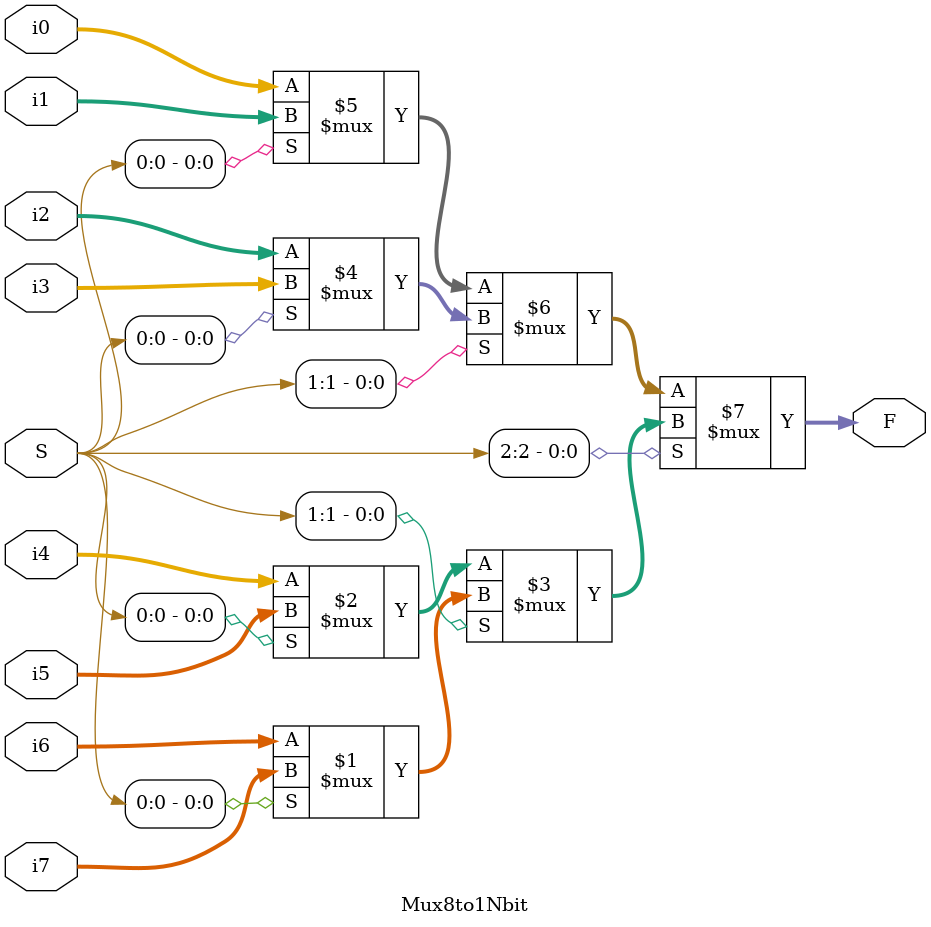
<source format=v>
module Mux8to1Nbit(F, S, i0, i1, i2, i3, i4, i5, i6, i7);

	parameter N = 8; // Default Parameter but can be overridden by defparam during instantiation
	
	//inputs and outputs
	output [N-1:0]F;
	input [N-1:0]i0, i1, i2, i3, i4, i5, i6, i7;
	input [2:0]S; // Select
	
	assign F = S[2] ? (S[1] ? (S[0] ? i7 : i6) : (S[0] ? i5 : i4)) : (S[1] ? (S[0] ? i3 : i2) : (S[0] ? i1 : i0));
endmodule

</source>
